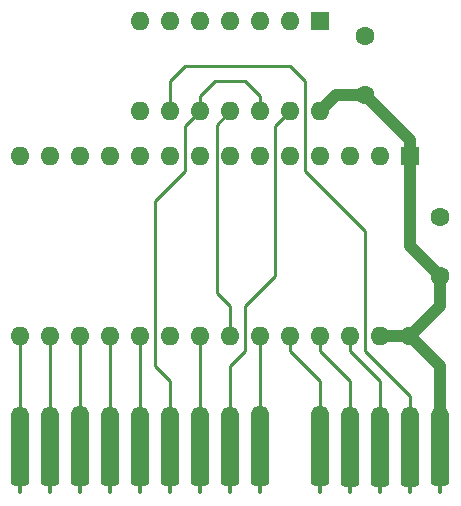
<source format=gbr>
%TF.GenerationSoftware,KiCad,Pcbnew,8.0.6+1*%
%TF.CreationDate,2024-12-12T19:09:17+01:00*%
%TF.ProjectId,short,73686f72-742e-46b6-9963-61645f706362,0*%
%TF.SameCoordinates,Original*%
%TF.FileFunction,Copper,L1,Top*%
%TF.FilePolarity,Positive*%
%FSLAX46Y46*%
G04 Gerber Fmt 4.6, Leading zero omitted, Abs format (unit mm)*
G04 Created by KiCad (PCBNEW 8.0.6+1) date 2024-12-12 19:09:17*
%MOMM*%
%LPD*%
G01*
G04 APERTURE LIST*
G04 Aperture macros list*
%AMRoundRect*
0 Rectangle with rounded corners*
0 $1 Rounding radius*
0 $2 $3 $4 $5 $6 $7 $8 $9 X,Y pos of 4 corners*
0 Add a 4 corners polygon primitive as box body*
4,1,4,$2,$3,$4,$5,$6,$7,$8,$9,$2,$3,0*
0 Add four circle primitives for the rounded corners*
1,1,$1+$1,$2,$3*
1,1,$1+$1,$4,$5*
1,1,$1+$1,$6,$7*
1,1,$1+$1,$8,$9*
0 Add four rect primitives between the rounded corners*
20,1,$1+$1,$2,$3,$4,$5,0*
20,1,$1+$1,$4,$5,$6,$7,0*
20,1,$1+$1,$6,$7,$8,$9,0*
20,1,$1+$1,$8,$9,$2,$3,0*%
G04 Aperture macros list end*
%TA.AperFunction,EtchedComponent*%
%ADD10C,0.300000*%
%TD*%
%TA.AperFunction,ComponentPad*%
%ADD11R,1.600000X1.600000*%
%TD*%
%TA.AperFunction,ComponentPad*%
%ADD12O,1.600000X1.600000*%
%TD*%
%TA.AperFunction,ComponentPad*%
%ADD13C,1.600000*%
%TD*%
%TA.AperFunction,ConnectorPad*%
%ADD14RoundRect,0.762000X-0.000010X-1.738000X0.000010X-1.738000X0.000010X1.738000X-0.000010X1.738000X0*%
%TD*%
%TA.AperFunction,ConnectorPad*%
%ADD15RoundRect,0.228600X-0.533400X-2.271400X0.533400X-2.271400X0.533400X2.271400X-0.533400X2.271400X0*%
%TD*%
%TA.AperFunction,Conductor*%
%ADD16C,1.000000*%
%TD*%
%TA.AperFunction,Conductor*%
%ADD17C,0.250000*%
%TD*%
%ADD18C,0.350000*%
G04 APERTURE END LIST*
D10*
%TO.C,J1*%
X63500000Y-144018000D02*
X63500000Y-143510000D01*
X66040000Y-144018000D02*
X66040000Y-143510000D01*
X68580000Y-144018000D02*
X68580000Y-143510000D01*
X71120000Y-144018000D02*
X71120000Y-143510000D01*
X73660000Y-144018000D02*
X73660000Y-143510000D01*
X76200000Y-144018000D02*
X76200000Y-143510000D01*
X78740000Y-144018000D02*
X78740000Y-143510000D01*
X81280000Y-144018000D02*
X81280000Y-143510000D01*
X83820000Y-144018000D02*
X83820000Y-143510000D01*
X88900000Y-144018000D02*
X88900000Y-143510000D01*
X91440000Y-144018000D02*
X91440000Y-143510000D01*
X93980000Y-144018000D02*
X93980000Y-143510000D01*
X96520000Y-144018000D02*
X96520000Y-143510000D01*
X99060000Y-144018000D02*
X99060000Y-143510000D01*
%TD*%
D11*
%TO.P,IC2,1,VPP*%
%TO.N,VCC*%
X96520000Y-115570000D03*
D12*
%TO.P,IC2,2,A12*%
%TO.N,/A12*%
X93980000Y-115570000D03*
%TO.P,IC2,3,A7*%
%TO.N,/A7*%
X91440000Y-115570000D03*
%TO.P,IC2,4,A6*%
%TO.N,/A6*%
X88900000Y-115570000D03*
%TO.P,IC2,5,A5*%
%TO.N,/A5*%
X86360000Y-115570000D03*
%TO.P,IC2,6,A4*%
%TO.N,/A4*%
X83820000Y-115570000D03*
%TO.P,IC2,7,A3*%
%TO.N,/A3*%
X81280000Y-115570000D03*
%TO.P,IC2,8,A2*%
%TO.N,/A2*%
X78740000Y-115570000D03*
%TO.P,IC2,9,A1*%
%TO.N,/A1*%
X76200000Y-115570000D03*
%TO.P,IC2,10,A0*%
%TO.N,/A0*%
X73660000Y-115570000D03*
%TO.P,IC2,11,D0*%
%TO.N,/D0*%
X71120000Y-115570000D03*
%TO.P,IC2,12,D1*%
%TO.N,/D1*%
X68580000Y-115570000D03*
%TO.P,IC2,13,D2*%
%TO.N,/D2*%
X66040000Y-115570000D03*
%TO.P,IC2,14,GND*%
%TO.N,GND*%
X63500000Y-115570000D03*
%TO.P,IC2,15,D3*%
%TO.N,/D3*%
X63500000Y-130810000D03*
%TO.P,IC2,16,D4*%
%TO.N,/D4*%
X66040000Y-130810000D03*
%TO.P,IC2,17,D5*%
%TO.N,/D5*%
X68580000Y-130810000D03*
%TO.P,IC2,18,D6*%
%TO.N,/D6*%
X71120000Y-130810000D03*
%TO.P,IC2,19,D7*%
%TO.N,/D7*%
X73660000Y-130810000D03*
%TO.P,IC2,20,~{CE}*%
%TO.N,/U2_CE*%
X76200000Y-130810000D03*
%TO.P,IC2,21,A10*%
%TO.N,/A10*%
X78740000Y-130810000D03*
%TO.P,IC2,22,~{OE}*%
%TO.N,/U_ROMOE*%
X81280000Y-130810000D03*
%TO.P,IC2,23,A11*%
%TO.N,/A11*%
X83820000Y-130810000D03*
%TO.P,IC2,24,A9*%
%TO.N,/A9*%
X86360000Y-130810000D03*
%TO.P,IC2,25,A8*%
%TO.N,/A8*%
X88900000Y-130810000D03*
%TO.P,IC2,26,A13*%
%TO.N,/A13*%
X91440000Y-130810000D03*
%TO.P,IC2,27,~{PGM}*%
%TO.N,VCC*%
X93980000Y-130810000D03*
%TO.P,IC2,28,VCC*%
X96520000Y-130810000D03*
%TD*%
D13*
%TO.P,C2,1*%
%TO.N,VCC*%
X92710000Y-110430000D03*
%TO.P,C2,2*%
%TO.N,GND*%
X92710000Y-105430000D03*
%TD*%
D14*
%TO.P,J1,1,Vcc*%
%TO.N,VCC*%
X99060000Y-139232000D03*
D15*
X99060000Y-140970000D03*
D14*
%TO.P,J1,3,A14*%
%TO.N,/A14*%
X96520000Y-139232000D03*
D15*
X96520000Y-141010000D03*
D14*
%TO.P,J1,5,A13*%
%TO.N,/A13*%
X93980000Y-139232000D03*
D15*
X93980000Y-141010000D03*
D14*
%TO.P,J1,7,A8*%
%TO.N,/A8*%
X91440000Y-139232000D03*
D15*
X91440000Y-141010000D03*
D14*
%TO.P,J1,9,A9*%
%TO.N,/A9*%
X88900000Y-139192000D03*
D15*
X88900000Y-140970000D03*
D14*
%TO.P,J1,11,A11*%
%TO.N,/A11*%
X83820000Y-139192000D03*
D15*
X83820000Y-140930000D03*
D14*
%TO.P,J1,13,ROMOE*%
%TO.N,/ROMOE*%
X81280000Y-139232000D03*
D15*
X81280000Y-140970000D03*
D14*
%TO.P,J1,15,A10*%
%TO.N,/A10*%
X78740000Y-139232000D03*
D15*
X78740000Y-140970000D03*
D14*
%TO.P,J1,17,A15*%
%TO.N,/A15*%
X76200000Y-139232000D03*
D15*
X76200000Y-140970000D03*
D14*
%TO.P,J1,19,D7*%
%TO.N,/D7*%
X73660000Y-139232000D03*
D15*
X73660000Y-140970000D03*
D14*
%TO.P,J1,21,D6*%
%TO.N,/D6*%
X71120000Y-139232000D03*
D15*
X71120000Y-140959200D03*
%TO.P,J1,23,D5*%
%TO.N,/D5*%
X68554600Y-140959200D03*
D14*
X68580000Y-139192000D03*
%TO.P,J1,25,D4*%
%TO.N,/D4*%
X66040000Y-139232000D03*
D15*
X66040000Y-140970000D03*
D14*
%TO.P,J1,27,D3*%
%TO.N,/D3*%
X63500000Y-139232000D03*
D15*
X63500000Y-140970000D03*
%TD*%
D13*
%TO.P,C1,1*%
%TO.N,VCC*%
X99060000Y-125690000D03*
%TO.P,C1,2*%
%TO.N,GND*%
X99060000Y-120690000D03*
%TD*%
D11*
%TO.P,IC3,1*%
%TO.N,unconnected-(IC3-Pad1)*%
X88900000Y-104160000D03*
D12*
%TO.P,IC3,2*%
%TO.N,unconnected-(IC3-Pad2)*%
X86360000Y-104160000D03*
%TO.P,IC3,3*%
%TO.N,unconnected-(IC3-Pad3)*%
X83820000Y-104160000D03*
%TO.P,IC3,4*%
%TO.N,unconnected-(IC3-Pad4)*%
X81280000Y-104160000D03*
%TO.P,IC3,5*%
%TO.N,unconnected-(IC3-Pad5)*%
X78740000Y-104160000D03*
%TO.P,IC3,6*%
%TO.N,unconnected-(IC3-Pad6)*%
X76200000Y-104160000D03*
%TO.P,IC3,7,GND*%
%TO.N,GND*%
X73660000Y-104160000D03*
%TO.P,IC3,8*%
%TO.N,/U2_CE*%
X73660000Y-111780000D03*
%TO.P,IC3,9*%
%TO.N,/A14*%
X76200000Y-111780000D03*
%TO.P,IC3,10*%
%TO.N,/A15*%
X78740000Y-111780000D03*
%TO.P,IC3,11*%
%TO.N,/U_ROMOE*%
X81280000Y-111780000D03*
%TO.P,IC3,12*%
%TO.N,/A15*%
X83820000Y-111780000D03*
%TO.P,IC3,13*%
%TO.N,/ROMOE*%
X86360000Y-111780000D03*
%TO.P,IC3,14,VCC*%
%TO.N,VCC*%
X88900000Y-111780000D03*
%TD*%
D16*
%TO.N,VCC*%
X96520000Y-123150000D02*
X99060000Y-125690000D01*
X99060000Y-139232000D02*
X99060000Y-133350000D01*
X99060000Y-128270000D02*
X96520000Y-130810000D01*
X96520000Y-115570000D02*
X96520000Y-123150000D01*
X96520000Y-115570000D02*
X96520000Y-114240000D01*
X93980000Y-130810000D02*
X96520000Y-130810000D01*
X90250000Y-110430000D02*
X92710000Y-110430000D01*
X99060000Y-133350000D02*
X96520000Y-130810000D01*
X88900000Y-111780000D02*
X90250000Y-110430000D01*
X99060000Y-125690000D02*
X99060000Y-128270000D01*
X96520000Y-114240000D02*
X92710000Y-110430000D01*
D17*
%TO.N,/D3*%
X63500000Y-139232000D02*
X63500000Y-130810000D01*
%TO.N,/D4*%
X66040000Y-139232000D02*
X66040000Y-130810000D01*
%TO.N,/D5*%
X68580000Y-139192000D02*
X68580000Y-130810000D01*
%TO.N,/D6*%
X71120000Y-139232000D02*
X71120000Y-130810000D01*
%TO.N,/D7*%
X73660000Y-139232000D02*
X73660000Y-130810000D01*
%TO.N,/A15*%
X74930000Y-133350000D02*
X74930000Y-119380000D01*
X76200000Y-134620000D02*
X74930000Y-133350000D01*
X77470000Y-116840000D02*
X74930000Y-119380000D01*
X77470000Y-113050000D02*
X77470000Y-116840000D01*
X78740000Y-110490000D02*
X78740000Y-111780000D01*
X83820000Y-110490000D02*
X82550000Y-109220000D01*
X76200000Y-139232000D02*
X76200000Y-134620000D01*
X78740000Y-111780000D02*
X77470000Y-113050000D01*
X82550000Y-109220000D02*
X80010000Y-109220000D01*
X83820000Y-111780000D02*
X83820000Y-110490000D01*
X80010000Y-109220000D02*
X78740000Y-110490000D01*
%TO.N,/A10*%
X78740000Y-139232000D02*
X78740000Y-130810000D01*
%TO.N,/ROMOE*%
X82550000Y-132080000D02*
X81280000Y-133350000D01*
X85090000Y-125730000D02*
X82550000Y-128270000D01*
X82550000Y-128270000D02*
X82550000Y-132080000D01*
X81280000Y-133350000D02*
X81280000Y-139232000D01*
X86360000Y-111780000D02*
X85090000Y-113050000D01*
X85090000Y-113050000D02*
X85090000Y-125730000D01*
%TO.N,/A11*%
X83820000Y-139192000D02*
X83820000Y-130810000D01*
%TO.N,/A9*%
X86360000Y-132080000D02*
X88900000Y-134620000D01*
X88900000Y-139192000D02*
X88900000Y-134620000D01*
X86360000Y-130810000D02*
X86360000Y-132080000D01*
%TO.N,/A8*%
X88900000Y-130810000D02*
X88900000Y-132080000D01*
X88900000Y-132080000D02*
X91440000Y-134620000D01*
X91440000Y-139232000D02*
X91440000Y-134620000D01*
%TO.N,/A13*%
X93980000Y-134620000D02*
X91440000Y-132080000D01*
X93980000Y-139232000D02*
X93980000Y-134620000D01*
X91440000Y-132080000D02*
X91440000Y-130810000D01*
%TO.N,/A14*%
X96520000Y-135890000D02*
X96520000Y-139232000D01*
X87630000Y-109220000D02*
X87630000Y-116840000D01*
X76200000Y-111780000D02*
X76200000Y-109220000D01*
X76200000Y-109220000D02*
X77470000Y-107950000D01*
X87630000Y-116840000D02*
X92710000Y-121920000D01*
X86360000Y-107950000D02*
X87630000Y-109220000D01*
X92710000Y-121920000D02*
X92710000Y-132080000D01*
X77470000Y-107950000D02*
X86360000Y-107950000D01*
X92710000Y-132080000D02*
X96520000Y-135890000D01*
%TO.N,/U_ROMOE*%
X81280000Y-128270000D02*
X81280000Y-130810000D01*
X80155000Y-127145000D02*
X81280000Y-128270000D01*
X81280000Y-111780000D02*
X80155000Y-112905000D01*
X80155000Y-112905000D02*
X80155000Y-127145000D01*
%TO.N,unconnected-(IC3-Pad2)*%
X86039009Y-104160000D02*
X86360000Y-104160000D01*
%TD*%
D18*
X96520000Y-115570000D03*
X93980000Y-115570000D03*
X91440000Y-115570000D03*
X88900000Y-115570000D03*
X86360000Y-115570000D03*
X83820000Y-115570000D03*
X81280000Y-115570000D03*
X78740000Y-115570000D03*
X76200000Y-115570000D03*
X73660000Y-115570000D03*
X71120000Y-115570000D03*
X68580000Y-115570000D03*
X66040000Y-115570000D03*
X63500000Y-115570000D03*
X63500000Y-130810000D03*
X66040000Y-130810000D03*
X68580000Y-130810000D03*
X71120000Y-130810000D03*
X73660000Y-130810000D03*
X76200000Y-130810000D03*
X78740000Y-130810000D03*
X81280000Y-130810000D03*
X83820000Y-130810000D03*
X86360000Y-130810000D03*
X88900000Y-130810000D03*
X91440000Y-130810000D03*
X93980000Y-130810000D03*
X96520000Y-130810000D03*
X92710000Y-110430000D03*
X92710000Y-105430000D03*
X99060000Y-125690000D03*
X99060000Y-120690000D03*
X88900000Y-104160000D03*
X86360000Y-104160000D03*
X83820000Y-104160000D03*
X81280000Y-104160000D03*
X78740000Y-104160000D03*
X76200000Y-104160000D03*
X73660000Y-104160000D03*
X73660000Y-111780000D03*
X76200000Y-111780000D03*
X78740000Y-111780000D03*
X81280000Y-111780000D03*
X83820000Y-111780000D03*
X86360000Y-111780000D03*
X88900000Y-111780000D03*
M02*

</source>
